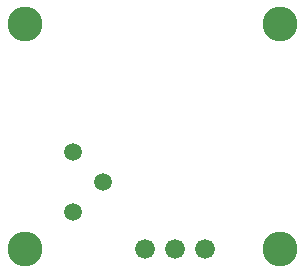
<source format=gbs>
G75*
G70*
%OFA0B0*%
%FSLAX24Y24*%
%IPPOS*%
%LPD*%
%AMOC8*
5,1,8,0,0,1.08239X$1,22.5*
%
%ADD10C,0.1162*%
%ADD11C,0.0591*%
%ADD12C,0.0660*%
D10*
X001650Y001650D03*
X001650Y009150D03*
X010150Y009150D03*
X010150Y001650D03*
D11*
X004275Y003900D03*
X003275Y004900D03*
X003275Y002900D03*
D12*
X005650Y001650D03*
X006650Y001650D03*
X007650Y001650D03*
M02*

</source>
